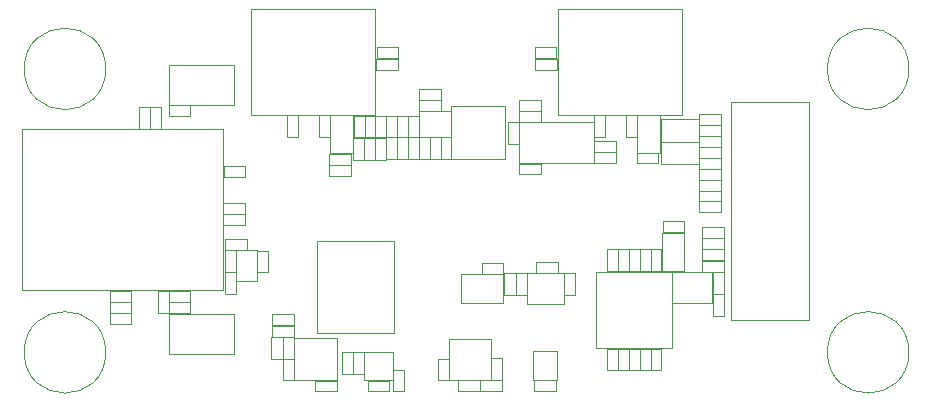
<source format=gbr>
G04 #@! TF.GenerationSoftware,KiCad,Pcbnew,8.0.1*
G04 #@! TF.CreationDate,2024-05-22T20:39:38+03:00*
G04 #@! TF.ProjectId,ESP32-C3_6_pico,45535033-322d-4433-935f-365f7069636f,rev?*
G04 #@! TF.SameCoordinates,Original*
G04 #@! TF.FileFunction,Other,User*
%FSLAX46Y46*%
G04 Gerber Fmt 4.6, Leading zero omitted, Abs format (unit mm)*
G04 Created by KiCad (PCBNEW 8.0.1) date 2024-05-22 20:39:38*
%MOMM*%
%LPD*%
G01*
G04 APERTURE LIST*
%ADD10C,0.050000*%
%ADD11C,0.100000*%
G04 APERTURE END LIST*
D10*
G04 #@! TO.C,C31*
X165579999Y-103290000D02*
X166499999Y-103290000D01*
X165579999Y-105110000D02*
X165579999Y-103290000D01*
X166499999Y-103290000D02*
X166499999Y-105110000D01*
X166499999Y-105110000D02*
X165579999Y-105110000D01*
G04 #@! TO.C,R5*
X138370000Y-96170000D02*
X140230000Y-96170000D01*
X138370000Y-97110000D02*
X138370000Y-96170000D01*
X140230000Y-96170000D02*
X140230000Y-97110000D01*
X140230000Y-97110000D02*
X138370000Y-97110000D01*
G04 #@! TO.C,R26*
X169920000Y-102330000D02*
X171780000Y-102330000D01*
X169920000Y-103270000D02*
X169920000Y-102330000D01*
X171780000Y-102330000D02*
X171780000Y-103270000D01*
X171780000Y-103270000D02*
X169920000Y-103270000D01*
G04 #@! TO.C,C44*
X169690000Y-91850000D02*
X171510000Y-91850000D01*
X169690000Y-92770000D02*
X169690000Y-91850000D01*
X171510000Y-91850000D02*
X171510000Y-92770000D01*
X171510000Y-92770000D02*
X169690000Y-92770000D01*
G04 #@! TO.C,R18*
X160780000Y-91890000D02*
X161720000Y-91890000D01*
X160780000Y-93750000D02*
X160780000Y-91890000D01*
X161720000Y-91890000D02*
X161720000Y-93750000D01*
X161720000Y-93750000D02*
X160780000Y-93750000D01*
G04 #@! TO.C,SW2*
X124775000Y-108725000D02*
X130275000Y-108725000D01*
X124775000Y-112125000D02*
X124775000Y-108725000D01*
X130275000Y-108725000D02*
X130275000Y-112125000D01*
X130275000Y-112125000D02*
X124775000Y-112125000D01*
G04 #@! TO.C,U3*
X145960000Y-91607501D02*
X145960000Y-93807501D01*
X145960000Y-91607501D02*
X148660000Y-91607501D01*
X148660000Y-93807501D02*
X145960000Y-93807501D01*
X148660000Y-93807501D02*
X148660000Y-91607501D01*
G04 #@! TO.C,R14*
X140355000Y-93815000D02*
X141295000Y-93815000D01*
X140355000Y-95675000D02*
X140355000Y-93815000D01*
X141295000Y-93815000D02*
X141295000Y-95675000D01*
X141295000Y-95675000D02*
X140355000Y-95675000D01*
G04 #@! TO.C,Q1*
X167400000Y-105200000D02*
X170800000Y-105200000D01*
X167400000Y-107800000D02*
X167400000Y-105200000D01*
X170800000Y-105200000D02*
X170800000Y-107800000D01*
X170800000Y-107800000D02*
X167400000Y-107800000D01*
G04 #@! TO.C,C19*
X143200001Y-93809999D02*
X144120001Y-93809999D01*
X143200001Y-95629999D02*
X143200001Y-93809999D01*
X144120001Y-93809999D02*
X144120001Y-95629999D01*
X144120001Y-95629999D02*
X143200001Y-95629999D01*
G04 #@! TO.C,C34*
X162820000Y-103290000D02*
X163740000Y-103290000D01*
X162820000Y-105110000D02*
X162820000Y-103290000D01*
X163740000Y-103290000D02*
X163740000Y-105110000D01*
X163740000Y-105110000D02*
X162820000Y-105110000D01*
G04 #@! TO.C,R17*
X155770000Y-87130000D02*
X157630000Y-87130000D01*
X155770000Y-88070000D02*
X155770000Y-87130000D01*
X157630000Y-87130000D02*
X157630000Y-88070000D01*
X157630000Y-88070000D02*
X155770000Y-88070000D01*
G04 #@! TO.C,C17*
X144120001Y-91990000D02*
X145040001Y-91990000D01*
X144120001Y-93810000D02*
X144120001Y-91990000D01*
X145040001Y-91990000D02*
X145040001Y-93810000D01*
X145040001Y-93810000D02*
X144120001Y-93810000D01*
G04 #@! TO.C,D8*
X164450000Y-91890000D02*
X166350000Y-91890000D01*
X164450000Y-95090000D02*
X164450000Y-91890000D01*
X164450000Y-95090000D02*
X166350000Y-95090000D01*
X166350000Y-95090000D02*
X166350000Y-91890000D01*
G04 #@! TO.C,C55*
X134440000Y-112540000D02*
X135360000Y-112540000D01*
X134440000Y-114360000D02*
X134440000Y-112540000D01*
X135360000Y-112540000D02*
X135360000Y-114360000D01*
X135360000Y-114360000D02*
X134440000Y-114360000D01*
G04 #@! TO.C,C41*
X169690000Y-94620000D02*
X171510000Y-94620000D01*
X169690000Y-95540000D02*
X169690000Y-94620000D01*
X171510000Y-94620000D02*
X171510000Y-95540000D01*
X171510000Y-95540000D02*
X169690000Y-95540000D01*
G04 #@! TO.C,R9*
X129400000Y-99360001D02*
X131260000Y-99360001D01*
X129400000Y-100300001D02*
X129400000Y-99360001D01*
X131260000Y-99360001D02*
X131260000Y-100300001D01*
X131260000Y-100300001D02*
X129400000Y-100300001D01*
G04 #@! TO.C,H4*
X187450000Y-88000000D02*
G75*
G02*
X180550000Y-88000000I-3450000J0D01*
G01*
X180550000Y-88000000D02*
G75*
G02*
X187450000Y-88000000I3450000J0D01*
G01*
G04 #@! TO.C,C1*
X124790000Y-91090000D02*
X126610000Y-91090000D01*
X124790000Y-92010000D02*
X124790000Y-91090000D01*
X126610000Y-91090000D02*
X126610000Y-92010000D01*
X126610000Y-92010000D02*
X124790000Y-92010000D01*
G04 #@! TO.C,C7*
X119810000Y-108680000D02*
X121630000Y-108680000D01*
X119810000Y-109600000D02*
X119810000Y-108680000D01*
X121630000Y-108680000D02*
X121630000Y-109600000D01*
X121630000Y-109600000D02*
X119810000Y-109600000D01*
G04 #@! TO.C,D5*
X166475000Y-96075000D02*
X166475000Y-94175000D01*
X169675000Y-94175000D02*
X166475000Y-94175000D01*
X169675000Y-96075000D02*
X166475000Y-96075000D01*
X169675000Y-96075000D02*
X169675000Y-94175000D01*
G04 #@! TO.C,C22*
X145960000Y-93809999D02*
X146880000Y-93809999D01*
X145960000Y-95629999D02*
X145960000Y-93809999D01*
X146880000Y-93809999D02*
X146880000Y-95629999D01*
X146880000Y-95629999D02*
X145960000Y-95629999D01*
G04 #@! TO.C,C29*
X161900001Y-111690000D02*
X162820001Y-111690000D01*
X161900001Y-113510000D02*
X161900001Y-111690000D01*
X162820001Y-111690000D02*
X162820001Y-113510000D01*
X162820001Y-113510000D02*
X161900001Y-113510000D01*
G04 #@! TO.C,C26*
X164660000Y-111690000D02*
X165580000Y-111690000D01*
X164660000Y-113510000D02*
X164660000Y-111690000D01*
X165580000Y-111690000D02*
X165580000Y-113510000D01*
X165580000Y-113510000D02*
X164660000Y-113510000D01*
G04 #@! TO.C,C40*
X169690000Y-95540000D02*
X171510000Y-95540000D01*
X169690000Y-96460000D02*
X169690000Y-95540000D01*
X171510000Y-95540000D02*
X171510000Y-96460000D01*
X171510000Y-96460000D02*
X169690000Y-96460000D01*
G04 #@! TO.C,R13*
X145960000Y-90660000D02*
X147820000Y-90660000D01*
X145960000Y-91600000D02*
X145960000Y-90660000D01*
X147820000Y-90660000D02*
X147820000Y-91600000D01*
X147820000Y-91600000D02*
X145960000Y-91600000D01*
G04 #@! TO.C,R10*
X129530000Y-103370000D02*
X130470000Y-103370000D01*
X129530000Y-105230000D02*
X129530000Y-103370000D01*
X130470000Y-103370000D02*
X130470000Y-105230000D01*
X130470000Y-105230000D02*
X129530000Y-105230000D01*
G04 #@! TO.C,J2*
X137320000Y-102600000D02*
X137320000Y-110400000D01*
X137320000Y-110400000D02*
X143880000Y-110400000D01*
X143880000Y-102600000D02*
X137320000Y-102600000D01*
X143880000Y-110400000D02*
X143880000Y-102600000D01*
G04 #@! TO.C,U5*
X157730001Y-82960000D02*
X157730001Y-91890000D01*
X157730001Y-91890000D02*
X168270001Y-91890000D01*
X168270001Y-82960000D02*
X157730001Y-82960000D01*
X168270001Y-91890000D02*
X168270001Y-82960000D01*
G04 #@! TO.C,C43*
X169690000Y-92780001D02*
X171510000Y-92780001D01*
X169690000Y-93700001D02*
X169690000Y-92780001D01*
X171510000Y-92780001D02*
X171510000Y-93700001D01*
X171510000Y-93700001D02*
X169690000Y-93700001D01*
G04 #@! TO.C,H1*
X119450000Y-88000000D02*
G75*
G02*
X112550000Y-88000000I-3450000J0D01*
G01*
X112550000Y-88000000D02*
G75*
G02*
X119450000Y-88000000I3450000J0D01*
G01*
G04 #@! TO.C,C20*
X147800000Y-93810000D02*
X148720000Y-93810000D01*
X147800000Y-95630000D02*
X147800000Y-93810000D01*
X148720000Y-93810000D02*
X148720000Y-95630000D01*
X148720000Y-95630000D02*
X147800000Y-95630000D01*
G04 #@! TO.C,L1*
X148720000Y-91110000D02*
X153240000Y-91110000D01*
X148720000Y-95630000D02*
X148720000Y-91110000D01*
X153240000Y-91110000D02*
X153240000Y-95630000D01*
X153240000Y-95630000D02*
X148720000Y-95630000D01*
G04 #@! TO.C,R29*
X139455000Y-111995000D02*
X140395000Y-111995000D01*
X139455000Y-113855000D02*
X139455000Y-111995000D01*
X140395000Y-111995000D02*
X140395000Y-113855000D01*
X140395000Y-113855000D02*
X139455000Y-113855000D01*
G04 #@! TO.C,C57*
X151290000Y-104440000D02*
X153110000Y-104440000D01*
X151290000Y-105360000D02*
X151290000Y-104440000D01*
X153110000Y-104440000D02*
X153110000Y-105360000D01*
X153110000Y-105360000D02*
X151290000Y-105360000D01*
G04 #@! TO.C,R31*
X133480000Y-110670000D02*
X134420000Y-110670000D01*
X133480000Y-112530000D02*
X133480000Y-110670000D01*
X134420000Y-110670000D02*
X134420000Y-112530000D01*
X134420000Y-112530000D02*
X133480000Y-112530000D01*
G04 #@! TO.C,C54*
X143765000Y-113490000D02*
X144685000Y-113490000D01*
X143765000Y-115310000D02*
X143765000Y-113490000D01*
X144685000Y-113490000D02*
X144685000Y-115310000D01*
X144685000Y-115310000D02*
X143765000Y-115310000D01*
G04 #@! TO.C,C4*
X140440000Y-91990000D02*
X141360000Y-91990000D01*
X140440000Y-93810000D02*
X140440000Y-91990000D01*
X141360000Y-91990000D02*
X141360000Y-93810000D01*
X141360000Y-93810000D02*
X140440000Y-93810000D01*
G04 #@! TO.C,C5*
X164410000Y-95090000D02*
X166230000Y-95090000D01*
X164410000Y-96010000D02*
X164410000Y-95090000D01*
X166230000Y-95090000D02*
X166230000Y-96010000D01*
X166230000Y-96010000D02*
X164410000Y-96010000D01*
G04 #@! TO.C,C28*
X162820000Y-111690000D02*
X163740000Y-111690000D01*
X162820000Y-113510000D02*
X162820000Y-111690000D01*
X163740000Y-111690000D02*
X163740000Y-113510000D01*
X163740000Y-113510000D02*
X162820000Y-113510000D01*
G04 #@! TO.C,C35*
X169940000Y-104240000D02*
X171760000Y-104240000D01*
X169940000Y-105160000D02*
X169940000Y-104240000D01*
X171760000Y-104240000D02*
X171760000Y-105160000D01*
X171760000Y-105160000D02*
X169940000Y-105160000D01*
G04 #@! TO.C,U7*
X155650000Y-111900000D02*
X155650000Y-114300000D01*
X155650000Y-114300000D02*
X157650000Y-114300000D01*
X157650000Y-111900000D02*
X155650000Y-111900000D01*
X157650000Y-114300000D02*
X157650000Y-111900000D01*
G04 #@! TO.C,R6*
X129420000Y-96230000D02*
X131280000Y-96230000D01*
X129420000Y-97170000D02*
X129420000Y-96230000D01*
X131280000Y-96230000D02*
X131280000Y-97170000D01*
X131280000Y-97170000D02*
X129420000Y-97170000D01*
G04 #@! TO.C,U8*
X155125000Y-105300000D02*
X158225000Y-105300000D01*
X155125000Y-107900000D02*
X155125000Y-105300000D01*
X158225000Y-105300000D02*
X158225000Y-107900000D01*
X158225000Y-107900000D02*
X155125000Y-107900000D01*
G04 #@! TO.C,FB1*
X142255000Y-93815000D02*
X143195000Y-93815000D01*
X142255000Y-95675000D02*
X142255000Y-93815000D01*
X143195000Y-93815000D02*
X143195000Y-95675000D01*
X143195000Y-95675000D02*
X142255000Y-95675000D01*
G04 #@! TO.C,C37*
X169690000Y-98300000D02*
X171510000Y-98300000D01*
X169690000Y-99220000D02*
X169690000Y-98300000D01*
X171510000Y-98300000D02*
X171510000Y-99220000D01*
X171510000Y-99220000D02*
X169690000Y-99220000D01*
G04 #@! TO.C,C18*
X145040000Y-91990000D02*
X145960000Y-91990000D01*
X145040000Y-93810000D02*
X145040000Y-91990000D01*
X145960000Y-91990000D02*
X145960000Y-93810000D01*
X145960000Y-93810000D02*
X145040000Y-93810000D01*
G04 #@! TO.C,D6*
X166475000Y-92275000D02*
X166475000Y-94175000D01*
X166475000Y-92275000D02*
X169675000Y-92275000D01*
X166475000Y-94175000D02*
X169675000Y-94175000D01*
X169675000Y-92275000D02*
X169675000Y-94175000D01*
G04 #@! TO.C,R35*
X133495000Y-109730000D02*
X135355000Y-109730000D01*
X133495000Y-110670000D02*
X133495000Y-109730000D01*
X135355000Y-109730000D02*
X135355000Y-110670000D01*
X135355000Y-110670000D02*
X133495000Y-110670000D01*
G04 #@! TO.C,C49*
X155740000Y-114340001D02*
X157560000Y-114340001D01*
X155740000Y-115260001D02*
X155740000Y-114340001D01*
X157560000Y-114340001D02*
X157560000Y-115260001D01*
X157560000Y-115260001D02*
X155740000Y-115260001D01*
G04 #@! TO.C,R33*
X154155000Y-105320000D02*
X155095000Y-105320000D01*
X154155000Y-107180000D02*
X154155000Y-105320000D01*
X155095000Y-105320000D02*
X155095000Y-107180000D01*
X155095000Y-107180000D02*
X154155000Y-107180000D01*
G04 #@! TO.C,C6*
X119810000Y-107760000D02*
X121630000Y-107760000D01*
X119810000Y-108680000D02*
X119810000Y-107760000D01*
X121630000Y-107760000D02*
X121630000Y-108680000D01*
X121630000Y-108680000D02*
X119810000Y-108680000D01*
G04 #@! TO.C,C13*
X132275000Y-103380000D02*
X133195000Y-103380000D01*
X132275000Y-105200000D02*
X132275000Y-103380000D01*
X133195000Y-103380000D02*
X133195000Y-105200000D01*
X133195000Y-105200000D02*
X132275000Y-105200000D01*
G04 #@! TO.C,R30*
X134430000Y-110670000D02*
X135370000Y-110670000D01*
X134430000Y-112530000D02*
X134430000Y-110670000D01*
X135370000Y-110670000D02*
X135370000Y-112530000D01*
X135370000Y-112530000D02*
X134430000Y-112530000D01*
G04 #@! TO.C,R15*
X170830000Y-107030000D02*
X171770000Y-107030000D01*
X170830000Y-108890000D02*
X170830000Y-107030000D01*
X171770000Y-107030000D02*
X171770000Y-108890000D01*
X171770000Y-108890000D02*
X170830000Y-108890000D01*
G04 #@! TO.C,D7*
X166550000Y-101900000D02*
X166550000Y-105100000D01*
X168450000Y-101900000D02*
X166550000Y-101900000D01*
X168450000Y-101900000D02*
X168450000Y-105100000D01*
X168450000Y-105100000D02*
X166550000Y-105100000D01*
G04 #@! TO.C,C32*
X164660000Y-103290000D02*
X165580000Y-103290000D01*
X164660000Y-105110000D02*
X164660000Y-103290000D01*
X165580000Y-103290000D02*
X165580000Y-105110000D01*
X165580000Y-105110000D02*
X164660000Y-105110000D01*
G04 #@! TO.C,C53*
X141640000Y-114390000D02*
X143460000Y-114390000D01*
X141640000Y-115310000D02*
X141640000Y-114390000D01*
X143460000Y-114390000D02*
X143460000Y-115310000D01*
X143460000Y-115310000D02*
X141640000Y-115310000D01*
G04 #@! TO.C,U11*
X135400000Y-110750000D02*
X139000000Y-110750000D01*
X135400000Y-114350000D02*
X135400000Y-110750000D01*
X139000000Y-110750000D02*
X139000000Y-114350000D01*
X139000000Y-114350000D02*
X135400000Y-114350000D01*
G04 #@! TO.C,C8*
X124790000Y-106840000D02*
X126610000Y-106840000D01*
X124790000Y-107760000D02*
X124790000Y-106840000D01*
X126610000Y-106840000D02*
X126610000Y-107760000D01*
X126610000Y-107760000D02*
X124790000Y-107760000D01*
G04 #@! TO.C,C14*
X141360000Y-91990000D02*
X142280000Y-91990000D01*
X141360000Y-93810000D02*
X141360000Y-91990000D01*
X142280000Y-91990000D02*
X142280000Y-93810000D01*
X142280000Y-93810000D02*
X141360000Y-93810000D01*
G04 #@! TO.C,R3*
X137505000Y-91895000D02*
X138445000Y-91895000D01*
X137505000Y-93755000D02*
X137505000Y-91895000D01*
X138445000Y-91895000D02*
X138445000Y-93755000D01*
X138445000Y-93755000D02*
X137505000Y-93755000D01*
G04 #@! TO.C,C11*
X119810000Y-106840000D02*
X121630000Y-106840000D01*
X119810000Y-107760000D02*
X119810000Y-106840000D01*
X121630000Y-106840000D02*
X121630000Y-107760000D01*
X121630000Y-107760000D02*
X119810000Y-107760000D01*
G04 #@! TO.C,U2*
X149500000Y-105400000D02*
X153100000Y-105400000D01*
X149500000Y-107800000D02*
X149500000Y-105400000D01*
X153100000Y-105400000D02*
X153100000Y-107800000D01*
X153100000Y-107800000D02*
X149500000Y-107800000D01*
G04 #@! TO.C,C39*
X169690000Y-96460000D02*
X171510000Y-96460000D01*
X169690000Y-97380000D02*
X169690000Y-96460000D01*
X171510000Y-96460000D02*
X171510000Y-97380000D01*
X171510000Y-97380000D02*
X169690000Y-97380000D01*
G04 #@! TO.C,C27*
X163740000Y-111690000D02*
X164660000Y-111690000D01*
X163740000Y-113510000D02*
X163740000Y-111690000D01*
X164660000Y-111690000D02*
X164660000Y-113510000D01*
X164660000Y-113510000D02*
X163740000Y-113510000D01*
G04 #@! TO.C,C24*
X144120000Y-93810000D02*
X145040000Y-93810000D01*
X144120000Y-95630000D02*
X144120000Y-93810000D01*
X145040000Y-93810000D02*
X145040000Y-95630000D01*
X145040000Y-95630000D02*
X144120000Y-95630000D01*
G04 #@! TO.C,D2*
X138450000Y-91900000D02*
X140350000Y-91900000D01*
X138450000Y-95100000D02*
X138450000Y-91900000D01*
X138450000Y-95100000D02*
X140350000Y-95100000D01*
X140350000Y-95100000D02*
X140350000Y-91900000D01*
G04 #@! TO.C,C56*
X137190000Y-114390000D02*
X139010000Y-114390000D01*
X137190000Y-115310000D02*
X137190000Y-114390000D01*
X139010000Y-114390000D02*
X139010000Y-115310000D01*
X139010000Y-115310000D02*
X137190000Y-115310000D01*
G04 #@! TO.C,R19*
X163510000Y-91890000D02*
X164450000Y-91890000D01*
X163510000Y-93750000D02*
X163510000Y-91890000D01*
X164450000Y-91890000D02*
X164450000Y-93750000D01*
X164450000Y-93750000D02*
X163510000Y-93750000D01*
G04 #@! TO.C,D3*
X138370000Y-95230000D02*
X140230000Y-95230000D01*
X138370000Y-96170000D02*
X138370000Y-95230000D01*
X140230000Y-95230000D02*
X140230000Y-96170000D01*
X140230000Y-96170000D02*
X138370000Y-96170000D01*
G04 #@! TO.C,C16*
X143200000Y-91990000D02*
X144120000Y-91990000D01*
X143200000Y-93810000D02*
X143200000Y-91990000D01*
X144120000Y-91990000D02*
X144120000Y-93810000D01*
X144120000Y-93810000D02*
X143200000Y-93810000D01*
G04 #@! TO.C,R8*
X129400000Y-100300000D02*
X131260000Y-100300000D01*
X129400000Y-101240000D02*
X129400000Y-100300000D01*
X131260000Y-100300000D02*
X131260000Y-101240000D01*
X131260000Y-101240000D02*
X129400000Y-101240000D01*
G04 #@! TO.C,R22*
X154410000Y-90630000D02*
X156270000Y-90630000D01*
X154410000Y-91570000D02*
X154410000Y-90630000D01*
X156270000Y-90630000D02*
X156270000Y-91570000D01*
X156270000Y-91570000D02*
X154410000Y-91570000D01*
G04 #@! TO.C,C47*
X155915000Y-104365000D02*
X157735000Y-104365000D01*
X155915000Y-105285000D02*
X155915000Y-104365000D01*
X157735000Y-104365000D02*
X157735000Y-105285000D01*
X157735000Y-105285000D02*
X155915000Y-105285000D01*
G04 #@! TO.C,R1*
X151157500Y-114357500D02*
X153017500Y-114357500D01*
X151157500Y-115297500D02*
X151157500Y-114357500D01*
X153017500Y-114357500D02*
X153017500Y-115297500D01*
X153017500Y-115297500D02*
X151157500Y-115297500D01*
G04 #@! TO.C,C52*
X149307500Y-114357500D02*
X151127500Y-114357500D01*
X149307500Y-115277500D02*
X149307500Y-114357500D01*
X151127500Y-114357500D02*
X151127500Y-115277500D01*
X151127500Y-115277500D02*
X149307500Y-115277500D01*
G04 #@! TO.C,R4*
X134780000Y-91895000D02*
X135720000Y-91895000D01*
X134780000Y-93755000D02*
X134780000Y-91895000D01*
X135720000Y-91895000D02*
X135720000Y-93755000D01*
X135720000Y-93755000D02*
X134780000Y-93755000D01*
G04 #@! TO.C,U1*
X112400000Y-93100000D02*
X129400000Y-93100000D01*
X112400000Y-93200001D02*
X112400000Y-93100000D01*
X112400000Y-106700000D02*
X112400000Y-93200001D01*
X129400000Y-93100000D02*
X129400000Y-106700000D01*
X129400000Y-106700000D02*
X112400000Y-106700000D01*
G04 #@! TO.C,L2*
X161000000Y-105200000D02*
X161000000Y-111600000D01*
X161000000Y-111600000D02*
X167400000Y-111600000D01*
X164200000Y-105200000D02*
X161000000Y-105200000D01*
X167400000Y-105200000D02*
X164200000Y-105200000D01*
X167400000Y-111600000D02*
X167400000Y-105200000D01*
G04 #@! TO.C,U6*
X154420000Y-92510000D02*
X154420000Y-96009998D01*
X154420000Y-96009998D02*
X160780000Y-96009998D01*
X160780000Y-92510000D02*
X154420000Y-92510000D01*
X160780000Y-96009998D02*
X160780000Y-92510000D01*
G04 #@! TO.C,Y1*
X130475000Y-103375000D02*
X130475000Y-105975000D01*
X130475000Y-105975000D02*
X132275000Y-105975000D01*
X132275000Y-103375000D02*
X130475000Y-103375000D01*
X132275000Y-105975000D02*
X132275000Y-103375000D01*
G04 #@! TO.C,C48*
X154440000Y-96015000D02*
X156260000Y-96015000D01*
X154440000Y-96935000D02*
X154440000Y-96015000D01*
X156260000Y-96015000D02*
X156260000Y-96935000D01*
X156260000Y-96935000D02*
X154440000Y-96935000D01*
G04 #@! TO.C,R12*
X145960000Y-89720000D02*
X147820000Y-89720000D01*
X145960000Y-90660000D02*
X145960000Y-89720000D01*
X147820000Y-89720000D02*
X147820000Y-90660000D01*
X147820000Y-90660000D02*
X145960000Y-90660000D01*
G04 #@! TO.C,R23*
X123190000Y-91230000D02*
X124130000Y-91230000D01*
X123190000Y-93090000D02*
X123190000Y-91230000D01*
X124130000Y-91230000D02*
X124130000Y-93090000D01*
X124130000Y-93090000D02*
X123190000Y-93090000D01*
G04 #@! TO.C,C15*
X142280000Y-91990000D02*
X143200000Y-91990000D01*
X142280000Y-93810000D02*
X142280000Y-91990000D01*
X143200000Y-91990000D02*
X143200000Y-93810000D01*
X143200000Y-93810000D02*
X142280000Y-93810000D01*
G04 #@! TO.C,U12*
X148550000Y-110850000D02*
X148550000Y-114350000D01*
X148550000Y-114350000D02*
X152050000Y-114350000D01*
X152050000Y-110850000D02*
X148550000Y-110850000D01*
X152050000Y-114350000D02*
X152050000Y-110850000D01*
G04 #@! TO.C,R27*
X152077500Y-112477500D02*
X153017500Y-112477500D01*
X152077500Y-114337500D02*
X152077500Y-112477500D01*
X153017500Y-112477500D02*
X153017500Y-114337500D01*
X153017500Y-114337500D02*
X152077500Y-114337500D01*
G04 #@! TO.C,C21*
X146879999Y-93810000D02*
X147799999Y-93810000D01*
X146879999Y-95630000D02*
X146879999Y-93810000D01*
X147799999Y-93810000D02*
X147799999Y-95630000D01*
X147799999Y-95630000D02*
X146879999Y-95630000D01*
G04 #@! TO.C,D4*
X141305000Y-93815000D02*
X142245000Y-93815000D01*
X141305000Y-95675000D02*
X141305000Y-93815000D01*
X142245000Y-93815000D02*
X142245000Y-95675000D01*
X142245000Y-95675000D02*
X141305000Y-95675000D01*
G04 #@! TO.C,C36*
X169940000Y-103290000D02*
X171760000Y-103290000D01*
X169940000Y-104210000D02*
X169940000Y-103290000D01*
X171760000Y-103290000D02*
X171760000Y-104210000D01*
X171760000Y-104210000D02*
X169940000Y-104210000D01*
G04 #@! TO.C,U4*
X172375000Y-90780000D02*
X172375000Y-109220000D01*
X172375000Y-109220000D02*
X179025000Y-109220000D01*
X179025000Y-90780000D02*
X172375000Y-90780000D01*
X179025000Y-109220000D02*
X179025000Y-90780000D01*
G04 #@! TO.C,R34*
X133495000Y-108780000D02*
X135355000Y-108780000D01*
X133495000Y-109720000D02*
X133495000Y-108780000D01*
X135355000Y-108780000D02*
X135355000Y-109720000D01*
X135355000Y-109720000D02*
X133495000Y-109720000D01*
G04 #@! TO.C,D9*
X154410000Y-91570000D02*
X156270000Y-91570000D01*
X154410000Y-92510000D02*
X154410000Y-91570000D01*
X156270000Y-91570000D02*
X156270000Y-92510000D01*
X156270000Y-92510000D02*
X154410000Y-92510000D01*
G04 #@! TO.C,C10*
X166590000Y-100915000D02*
X168410000Y-100915000D01*
X166590000Y-101835000D02*
X166590000Y-100915000D01*
X168410000Y-100915000D02*
X168410000Y-101835000D01*
X168410000Y-101835000D02*
X166590000Y-101835000D01*
G04 #@! TO.C,C42*
X169690000Y-93700000D02*
X171510000Y-93700000D01*
X169690000Y-94620000D02*
X169690000Y-93700000D01*
X171510000Y-93700000D02*
X171510000Y-94620000D01*
X171510000Y-94620000D02*
X169690000Y-94620000D01*
G04 #@! TO.C,H3*
X187450000Y-112000000D02*
G75*
G02*
X180550000Y-112000000I-3450000J0D01*
G01*
X180550000Y-112000000D02*
G75*
G02*
X187450000Y-112000000I3450000J0D01*
G01*
G04 #@! TO.C,SW1*
X124775000Y-87675000D02*
X130275000Y-87675000D01*
X124775000Y-91075000D02*
X124775000Y-87675000D01*
X130275000Y-87675000D02*
X130275000Y-91075000D01*
X130275000Y-91075000D02*
X124775000Y-91075000D01*
G04 #@! TO.C,C23*
X145040000Y-93810000D02*
X145960000Y-93810000D01*
X145040000Y-95630000D02*
X145040000Y-93810000D01*
X145960000Y-93810000D02*
X145960000Y-95630000D01*
X145960000Y-95630000D02*
X145040000Y-95630000D01*
G04 #@! TO.C,C51*
X147607500Y-112532500D02*
X148527500Y-112532500D01*
X147607500Y-114352500D02*
X147607500Y-112532500D01*
X148527500Y-112532500D02*
X148527500Y-114352500D01*
X148527500Y-114352500D02*
X147607500Y-114352500D01*
G04 #@! TO.C,R2*
X142370000Y-87130000D02*
X144230000Y-87130000D01*
X142370000Y-88070000D02*
X142370000Y-87130000D01*
X144230000Y-87130000D02*
X144230000Y-88070000D01*
X144230000Y-88070000D02*
X142370000Y-88070000D01*
G04 #@! TO.C,R11*
X129545000Y-102430000D02*
X131405000Y-102430000D01*
X129545000Y-103370000D02*
X129545000Y-102430000D01*
X131405000Y-102430000D02*
X131405000Y-103370000D01*
X131405000Y-103370000D02*
X129545000Y-103370000D01*
G04 #@! TO.C,R32*
X153205000Y-105320000D02*
X154145000Y-105320000D01*
X153205000Y-107180000D02*
X153205000Y-105320000D01*
X154145000Y-105320000D02*
X154145000Y-107180000D01*
X154145000Y-107180000D02*
X153205000Y-107180000D01*
G04 #@! TO.C,C50*
X153490000Y-92515000D02*
X154410000Y-92515000D01*
X153490000Y-94335000D02*
X153490000Y-92515000D01*
X154410000Y-92515000D02*
X154410000Y-94335000D01*
X154410000Y-94335000D02*
X153490000Y-94335000D01*
G04 #@! TO.C,C25*
X165579999Y-111690000D02*
X166499999Y-111690000D01*
X165579999Y-113510000D02*
X165579999Y-111690000D01*
X166499999Y-111690000D02*
X166499999Y-113510000D01*
X166499999Y-113510000D02*
X165579999Y-113510000D01*
G04 #@! TO.C,R21*
X160780000Y-95069999D02*
X162640000Y-95069999D01*
X160780000Y-96009999D02*
X160780000Y-95069999D01*
X162640000Y-95069999D02*
X162640000Y-96009999D01*
X162640000Y-96009999D02*
X160780000Y-96009999D01*
G04 #@! TO.C,C45*
X155790000Y-86140000D02*
X157610000Y-86140000D01*
X155790000Y-87060000D02*
X155790000Y-86140000D01*
X157610000Y-86140000D02*
X157610000Y-87060000D01*
X157610000Y-87060000D02*
X155790000Y-87060000D01*
G04 #@! TO.C,C46*
X158240000Y-105315000D02*
X159160000Y-105315000D01*
X158240000Y-107135000D02*
X158240000Y-105315000D01*
X159160000Y-105315000D02*
X159160000Y-107135000D01*
X159160000Y-107135000D02*
X158240000Y-107135000D01*
D11*
G04 #@! TO.C,U10*
X141350000Y-111975000D02*
X143750000Y-111975000D01*
X141350000Y-114375000D02*
X141350000Y-111975000D01*
X143750000Y-111975000D02*
X143750000Y-114375000D01*
X143750000Y-114375000D02*
X141350000Y-114375000D01*
D10*
G04 #@! TO.C,C2*
X124790000Y-107760000D02*
X126610000Y-107760000D01*
X124790000Y-108680000D02*
X124790000Y-107760000D01*
X126610000Y-107760000D02*
X126610000Y-108680000D01*
X126610000Y-108680000D02*
X124790000Y-108680000D01*
G04 #@! TO.C,C12*
X129555000Y-105230000D02*
X130475000Y-105230000D01*
X129555000Y-107050000D02*
X129555000Y-105230000D01*
X130475000Y-105230000D02*
X130475000Y-107050000D01*
X130475000Y-107050000D02*
X129555000Y-107050000D01*
G04 #@! TO.C,C3*
X142390000Y-86140000D02*
X144210000Y-86140000D01*
X142390000Y-87060000D02*
X142390000Y-86140000D01*
X144210000Y-86140000D02*
X144210000Y-87060000D01*
X144210000Y-87060000D02*
X142390000Y-87060000D01*
G04 #@! TO.C,C38*
X169690000Y-97380000D02*
X171510000Y-97380000D01*
X169690000Y-98300000D02*
X169690000Y-97380000D01*
X171510000Y-97380000D02*
X171510000Y-98300000D01*
X171510000Y-98300000D02*
X169690000Y-98300000D01*
G04 #@! TO.C,C30*
X161900001Y-103290000D02*
X162820001Y-103290000D01*
X161900001Y-105110000D02*
X161900001Y-103290000D01*
X162820001Y-103290000D02*
X162820001Y-105110000D01*
X162820001Y-105110000D02*
X161900001Y-105110000D01*
G04 #@! TO.C,R28*
X140404999Y-111995000D02*
X141344999Y-111995000D01*
X140404999Y-113855000D02*
X140404999Y-111995000D01*
X141344999Y-111995000D02*
X141344999Y-113855000D01*
X141344999Y-113855000D02*
X140404999Y-113855000D01*
G04 #@! TO.C,R20*
X160780000Y-94130000D02*
X162640000Y-94130000D01*
X160780000Y-95070000D02*
X160780000Y-94130000D01*
X162640000Y-94130000D02*
X162640000Y-95070000D01*
X162640000Y-95070000D02*
X160780000Y-95070000D01*
G04 #@! TO.C,R24*
X122250000Y-91230000D02*
X123190000Y-91230000D01*
X122250000Y-93090000D02*
X122250000Y-91230000D01*
X123190000Y-91230000D02*
X123190000Y-93090000D01*
X123190000Y-93090000D02*
X122250000Y-93090000D01*
G04 #@! TO.C,H2*
X119450000Y-112000000D02*
G75*
G02*
X112550000Y-112000000I-3450000J0D01*
G01*
X112550000Y-112000000D02*
G75*
G02*
X119450000Y-112000000I3450000J0D01*
G01*
G04 #@! TO.C,C33*
X163740000Y-103290000D02*
X164660000Y-103290000D01*
X163740000Y-105110000D02*
X163740000Y-103290000D01*
X164660000Y-103290000D02*
X164660000Y-105110000D01*
X164660000Y-105110000D02*
X163740000Y-105110000D01*
G04 #@! TO.C,C9*
X169690000Y-99220000D02*
X171510000Y-99220000D01*
X169690000Y-100140000D02*
X169690000Y-99220000D01*
X171510000Y-99220000D02*
X171510000Y-100140000D01*
X171510000Y-100140000D02*
X169690000Y-100140000D01*
G04 #@! TO.C,J1*
X131730000Y-82960000D02*
X131730000Y-91890000D01*
X131730000Y-91890000D02*
X142270000Y-91890000D01*
X142270000Y-82960000D02*
X131730000Y-82960000D01*
X142270000Y-91890000D02*
X142270000Y-82960000D01*
G04 #@! TO.C,R16*
X170830000Y-105170000D02*
X171770000Y-105170000D01*
X170830000Y-107030000D02*
X170830000Y-105170000D01*
X171770000Y-105170000D02*
X171770000Y-107030000D01*
X171770000Y-107030000D02*
X170830000Y-107030000D01*
G04 #@! TO.C,R7*
X123850000Y-106840000D02*
X124790000Y-106840000D01*
X123850000Y-108700000D02*
X123850000Y-106840000D01*
X124790000Y-106840000D02*
X124790000Y-108700000D01*
X124790000Y-108700000D02*
X123850000Y-108700000D01*
G04 #@! TO.C,R25*
X169920000Y-101390000D02*
X171780000Y-101390000D01*
X169920000Y-102330000D02*
X169920000Y-101390000D01*
X171780000Y-101390000D02*
X171780000Y-102330000D01*
X171780000Y-102330000D02*
X169920000Y-102330000D01*
G04 #@! TD*
M02*

</source>
